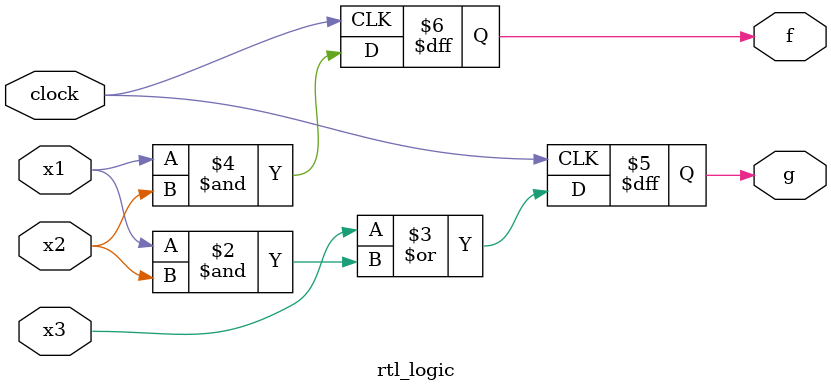
<source format=v>
module rtl_logic(
  input x1, x2, x3, clock,
  output reg  g, f);

  always @(posedge clock) begin
    g <= x3 | (x1 & x2);   
    f <= (x1 & x2);       
  end

endmodule

</source>
